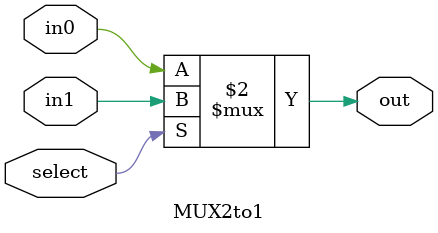
<source format=sv>
module carry_select_adder
(
    input   logic[15:0]     A,
    input   logic[15:0]     B,
    output  logic[15:0]     Sum,
    output  logic           CO
);
	 logic			Cout0, Cout1, Cout2; //Logic chaining the select adders
	 FA_4 CSA0 (.A(A[3:0]), .B(B[3:0]), .Cin(1'b0), .Sum(Sum[3:0]), .CO(Cout0)); //Initial 4-bit Full Adder for bits [3:0]
	 CSA_4 CSA1 (.A(A[7:4]), .B(B[7:4]), .Cin(Cout0), .Sum(Sum[7:4]), .CO(Cout1)); 
	 CSA_4 CSA2 (.A(A[11:8]), .B(B[11:8]), .Cin(Cout1), .Sum(Sum[11:8]), .CO(Cout2)); 
	 CSA_4 CSA3 (.A(A[15:12]), .B(B[15:12]), .Cin(Cout2), .Sum(Sum[15:12]), .CO(CO));
endmodule 

module CSA_4
(
	 input 	logic[3:0]		 A,
	 input	logic[3:0]		 B,
	 input 	logic				 Cin,
	 output	logic[3:0]		 Sum,
	 output 	logic				 CO
);
	 logic[3:0]		Sum0;
	 logic[3:0]		Sum1;
	 logic			c_0;
	 logic			c_1;
	 // 4 bit Carry Select Adder Module
	 FA_4 F0 (.A(A[3:0]), .B(B[3:0]), .Cin(1'b0), .Sum(Sum0[3:0]), .CO(c_0));
	 FA_4 F1 (.A(A[3:0]), .B(B[3:0]), .Cin(1'b1), .Sum(Sum1[3:0]), .CO(c_1));
	 MUX2to1 MUX0 (.in0(Sum0[0]), .in1(Sum1[0]), .select(Cin), .out(Sum[0]));
	 MUX2to1 MUX1 (.in0(Sum0[1]), .in1(Sum1[1]), .select(Sum[0]), .out(Sum[1]));
	 MUX2to1 MUX2 (.in0(Sum0[2]), .in1(Sum1[2]), .select(Sum[1]), .out(Sum[2]));
	 MUX2to1 MUX3 (.in0(Sum0[3]), .in1(Sum1[3]), .select(Sum[2]), .out(Sum[3]));
	 
	 MUX2to1 MUX_CO (.in0(c_0), .in1(c_1), .select(Sum[3]), .out(CO));
endmodule 

module FA_4
(
	 input 	logic[3:0] 		 A,
	 input 	logic[3:0] 		 B,
	 input	logic				 Cin,
	 output	logic[3:0]		 Sum,
	 output	logic		 		 CO
);
	 logic Cout0, Cout1, Cout2;
	 // 4 bit Full Adder Module
	 FA FA0 (.x(A[0]), .y(B[0]), .cin(Cin), .s(Sum[0]), .cout(Cout0));
	 FA FA1 (.x(A[1]), .y(B[1]), .cin(Cout0), .s(Sum[1]), .cout(Cout1));
	 FA FA2 (.x(A[2]), .y(B[2]), .cin(Cout1), .s(Sum[2]), .cout(Cout2));
	 FA FA3 (.x(A[3]), .y(B[3]), .cin(Cout2), .s(Sum[3]), .cout(CO));
	 
endmodule

module FA
(
	 //1 bit base Full Adder
	 input x,
	 input y,
	 input cin,
	 output logic s,
	 output logic cout
);
	 assign s = x ^ y ^ cin;
	 assign cout = (x&y) | (y&cin) | (cin&x);
	
endmodule 

module MUX2to1
(
	 input logic in0,
	 input logic in1,
	 input logic select,
	 output logic out
);
	 
	 always_comb begin
//		 if (select)	out = in1;
//		 else 			out = in0;
		 out = (select) ? in1 : in0;
	 end
endmodule


</source>
